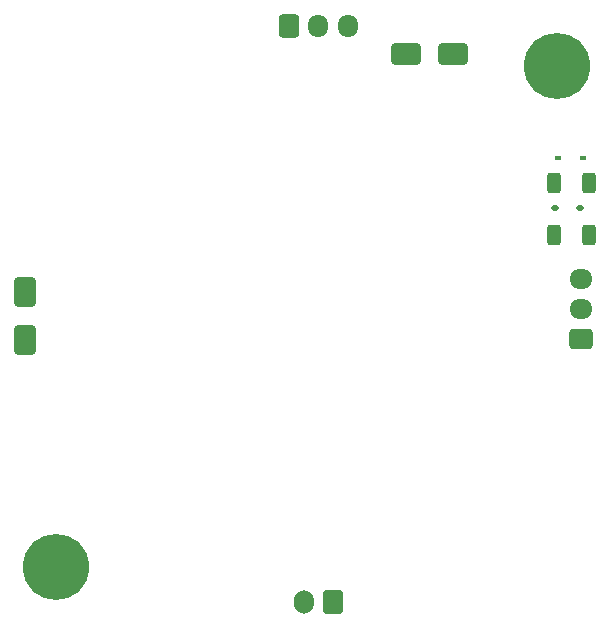
<source format=gts>
G04 #@! TF.GenerationSoftware,KiCad,Pcbnew,7.0.7*
G04 #@! TF.CreationDate,2023-12-27T16:52:26+01:00*
G04 #@! TF.ProjectId,Roborock-CPAP,526f626f-726f-4636-9b2d-435041502e6b,rev?*
G04 #@! TF.SameCoordinates,Original*
G04 #@! TF.FileFunction,Soldermask,Top*
G04 #@! TF.FilePolarity,Negative*
%FSLAX46Y46*%
G04 Gerber Fmt 4.6, Leading zero omitted, Abs format (unit mm)*
G04 Created by KiCad (PCBNEW 7.0.7) date 2023-12-27 16:52:26*
%MOMM*%
%LPD*%
G01*
G04 APERTURE LIST*
G04 Aperture macros list*
%AMRoundRect*
0 Rectangle with rounded corners*
0 $1 Rounding radius*
0 $2 $3 $4 $5 $6 $7 $8 $9 X,Y pos of 4 corners*
0 Add a 4 corners polygon primitive as box body*
4,1,4,$2,$3,$4,$5,$6,$7,$8,$9,$2,$3,0*
0 Add four circle primitives for the rounded corners*
1,1,$1+$1,$2,$3*
1,1,$1+$1,$4,$5*
1,1,$1+$1,$6,$7*
1,1,$1+$1,$8,$9*
0 Add four rect primitives between the rounded corners*
20,1,$1+$1,$2,$3,$4,$5,0*
20,1,$1+$1,$4,$5,$6,$7,0*
20,1,$1+$1,$6,$7,$8,$9,0*
20,1,$1+$1,$8,$9,$2,$3,0*%
G04 Aperture macros list end*
%ADD10RoundRect,0.250000X0.312500X0.625000X-0.312500X0.625000X-0.312500X-0.625000X0.312500X-0.625000X0*%
%ADD11R,0.600000X0.450000*%
%ADD12RoundRect,0.250000X1.000000X0.650000X-1.000000X0.650000X-1.000000X-0.650000X1.000000X-0.650000X0*%
%ADD13C,5.600000*%
%ADD14C,3.600000*%
%ADD15RoundRect,0.250000X0.725000X-0.600000X0.725000X0.600000X-0.725000X0.600000X-0.725000X-0.600000X0*%
%ADD16O,1.950000X1.700000*%
%ADD17RoundRect,0.250000X-0.600000X-0.725000X0.600000X-0.725000X0.600000X0.725000X-0.600000X0.725000X0*%
%ADD18O,1.700000X1.950000*%
%ADD19RoundRect,0.250000X0.650000X-1.000000X0.650000X1.000000X-0.650000X1.000000X-0.650000X-1.000000X0*%
%ADD20RoundRect,0.112500X0.187500X0.112500X-0.187500X0.112500X-0.187500X-0.112500X0.187500X-0.112500X0*%
%ADD21RoundRect,0.250000X0.600000X0.750000X-0.600000X0.750000X-0.600000X-0.750000X0.600000X-0.750000X0*%
%ADD22O,1.700000X2.000000*%
G04 APERTURE END LIST*
D10*
X177912500Y-88150000D03*
X174987500Y-88150000D03*
X177912500Y-83800000D03*
X174987500Y-83800000D03*
D11*
X175300000Y-81700000D03*
X177400000Y-81700000D03*
D12*
X166450000Y-72850000D03*
X162450000Y-72850000D03*
D13*
X132836798Y-116263203D03*
D14*
X132836798Y-116263203D03*
D15*
X177250000Y-96950000D03*
D16*
X177250000Y-94450000D03*
X177250000Y-91950000D03*
D17*
X152500000Y-70525000D03*
D18*
X155000000Y-70525000D03*
X157500000Y-70525000D03*
D19*
X130200000Y-97050000D03*
X130200000Y-93050000D03*
D20*
X177150000Y-85900000D03*
X175050000Y-85900000D03*
D14*
X175263204Y-73836797D03*
D13*
X175263204Y-73836797D03*
D21*
X156300000Y-119275000D03*
D22*
X153800000Y-119275000D03*
M02*

</source>
